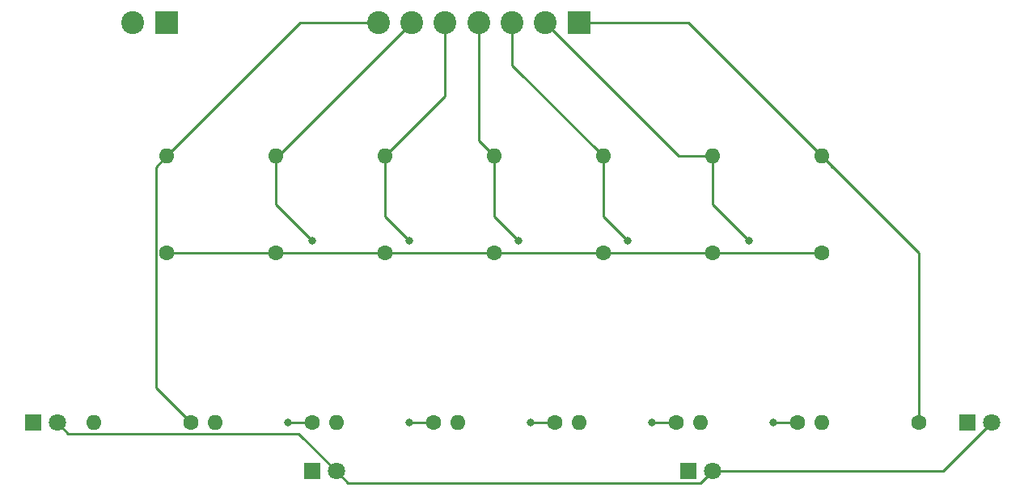
<source format=gbr>
G04 #@! TF.GenerationSoftware,KiCad,Pcbnew,5.1.9-73d0e3b20d~88~ubuntu20.04.1*
G04 #@! TF.CreationDate,2022-04-18T22:37:33-07:00*
G04 #@! TF.ProjectId,Photo_Resistor_Sensing2,50686f74-6f5f-4526-9573-6973746f725f,rev?*
G04 #@! TF.SameCoordinates,Original*
G04 #@! TF.FileFunction,Copper,L1,Top*
G04 #@! TF.FilePolarity,Positive*
%FSLAX46Y46*%
G04 Gerber Fmt 4.6, Leading zero omitted, Abs format (unit mm)*
G04 Created by KiCad (PCBNEW 5.1.9-73d0e3b20d~88~ubuntu20.04.1) date 2022-04-18 22:37:33*
%MOMM*%
%LPD*%
G01*
G04 APERTURE LIST*
G04 #@! TA.AperFunction,ComponentPad*
%ADD10R,1.800000X1.800000*%
G04 #@! TD*
G04 #@! TA.AperFunction,ComponentPad*
%ADD11C,1.800000*%
G04 #@! TD*
G04 #@! TA.AperFunction,ComponentPad*
%ADD12R,2.400000X2.400000*%
G04 #@! TD*
G04 #@! TA.AperFunction,ComponentPad*
%ADD13C,2.400000*%
G04 #@! TD*
G04 #@! TA.AperFunction,ComponentPad*
%ADD14C,1.600000*%
G04 #@! TD*
G04 #@! TA.AperFunction,ComponentPad*
%ADD15O,1.600000X1.600000*%
G04 #@! TD*
G04 #@! TA.AperFunction,ViaPad*
%ADD16C,0.800000*%
G04 #@! TD*
G04 #@! TA.AperFunction,Conductor*
%ADD17C,0.250000*%
G04 #@! TD*
G04 APERTURE END LIST*
D10*
G04 #@! TO.P,D1,1*
G04 #@! TO.N,GND*
X223520000Y-106680000D03*
D11*
G04 #@! TO.P,D1,2*
G04 #@! TO.N,Net-(D1-Pad2)*
X226060000Y-106680000D03*
G04 #@! TD*
G04 #@! TO.P,D2,2*
G04 #@! TO.N,Net-(D1-Pad2)*
X196850000Y-111760000D03*
D10*
G04 #@! TO.P,D2,1*
G04 #@! TO.N,GND*
X194310000Y-111760000D03*
G04 #@! TD*
G04 #@! TO.P,D3,1*
G04 #@! TO.N,GND*
X154940000Y-111760000D03*
D11*
G04 #@! TO.P,D3,2*
G04 #@! TO.N,Net-(D1-Pad2)*
X157480000Y-111760000D03*
G04 #@! TD*
G04 #@! TO.P,D4,2*
G04 #@! TO.N,Net-(D1-Pad2)*
X128270000Y-106680000D03*
D10*
G04 #@! TO.P,D4,1*
G04 #@! TO.N,GND*
X125730000Y-106680000D03*
G04 #@! TD*
D12*
G04 #@! TO.P,J1,1*
G04 #@! TO.N,/A8*
X182880000Y-64770000D03*
D13*
G04 #@! TO.P,J1,2*
G04 #@! TO.N,/A9*
X179380000Y-64770000D03*
G04 #@! TO.P,J1,3*
G04 #@! TO.N,/A10*
X175880000Y-64770000D03*
G04 #@! TO.P,J1,4*
G04 #@! TO.N,/A11*
X172380000Y-64770000D03*
G04 #@! TO.P,J1,5*
G04 #@! TO.N,/A12*
X168880000Y-64770000D03*
G04 #@! TO.P,J1,6*
G04 #@! TO.N,/A13*
X165380000Y-64770000D03*
G04 #@! TO.P,J1,7*
G04 #@! TO.N,/A14*
X161880000Y-64770000D03*
G04 #@! TD*
D12*
G04 #@! TO.P,J2,1*
G04 #@! TO.N,Net-(J2-Pad1)*
X139700000Y-64770000D03*
D13*
G04 #@! TO.P,J2,2*
G04 #@! TO.N,GND*
X136200000Y-64770000D03*
G04 #@! TD*
D14*
G04 #@! TO.P,R1,1*
G04 #@! TO.N,Net-(R1-Pad1)*
X208280000Y-88900000D03*
D15*
G04 #@! TO.P,R1,2*
G04 #@! TO.N,/A8*
X208280000Y-78740000D03*
G04 #@! TD*
G04 #@! TO.P,R2,2*
G04 #@! TO.N,GND*
X208280000Y-106680000D03*
D14*
G04 #@! TO.P,R2,1*
G04 #@! TO.N,/A8*
X218440000Y-106680000D03*
G04 #@! TD*
D15*
G04 #@! TO.P,R3,2*
G04 #@! TO.N,/A9*
X196850000Y-78740000D03*
D14*
G04 #@! TO.P,R3,1*
G04 #@! TO.N,Net-(R1-Pad1)*
X196850000Y-88900000D03*
G04 #@! TD*
G04 #@! TO.P,R4,1*
G04 #@! TO.N,/A9*
X205740000Y-106680000D03*
D15*
G04 #@! TO.P,R4,2*
G04 #@! TO.N,GND*
X195580000Y-106680000D03*
G04 #@! TD*
D14*
G04 #@! TO.P,R5,1*
G04 #@! TO.N,Net-(R1-Pad1)*
X185420000Y-88900000D03*
D15*
G04 #@! TO.P,R5,2*
G04 #@! TO.N,/A10*
X185420000Y-78740000D03*
G04 #@! TD*
G04 #@! TO.P,R6,2*
G04 #@! TO.N,GND*
X182880000Y-106680000D03*
D14*
G04 #@! TO.P,R6,1*
G04 #@! TO.N,/A10*
X193040000Y-106680000D03*
G04 #@! TD*
D15*
G04 #@! TO.P,R7,2*
G04 #@! TO.N,/A11*
X173990000Y-78740000D03*
D14*
G04 #@! TO.P,R7,1*
G04 #@! TO.N,Net-(R1-Pad1)*
X173990000Y-88900000D03*
G04 #@! TD*
G04 #@! TO.P,R8,1*
G04 #@! TO.N,/A11*
X180340000Y-106680000D03*
D15*
G04 #@! TO.P,R8,2*
G04 #@! TO.N,GND*
X170180000Y-106680000D03*
G04 #@! TD*
D14*
G04 #@! TO.P,R9,1*
G04 #@! TO.N,Net-(R1-Pad1)*
X162560000Y-88900000D03*
D15*
G04 #@! TO.P,R9,2*
G04 #@! TO.N,/A12*
X162560000Y-78740000D03*
G04 #@! TD*
G04 #@! TO.P,R10,2*
G04 #@! TO.N,GND*
X157480000Y-106680000D03*
D14*
G04 #@! TO.P,R10,1*
G04 #@! TO.N,/A12*
X167640000Y-106680000D03*
G04 #@! TD*
D15*
G04 #@! TO.P,R11,2*
G04 #@! TO.N,/A13*
X151130000Y-78740000D03*
D14*
G04 #@! TO.P,R11,1*
G04 #@! TO.N,Net-(R1-Pad1)*
X151130000Y-88900000D03*
G04 #@! TD*
G04 #@! TO.P,R12,1*
G04 #@! TO.N,/A13*
X154940000Y-106680000D03*
D15*
G04 #@! TO.P,R12,2*
G04 #@! TO.N,GND*
X144780000Y-106680000D03*
G04 #@! TD*
D14*
G04 #@! TO.P,R13,1*
G04 #@! TO.N,Net-(R1-Pad1)*
X139700000Y-88900000D03*
D15*
G04 #@! TO.P,R13,2*
G04 #@! TO.N,/A14*
X139700000Y-78740000D03*
G04 #@! TD*
G04 #@! TO.P,R14,2*
G04 #@! TO.N,GND*
X132080000Y-106680000D03*
D14*
G04 #@! TO.P,R14,1*
G04 #@! TO.N,/A14*
X142240000Y-106680000D03*
G04 #@! TD*
D16*
G04 #@! TO.N,/A9*
X200660000Y-87630000D03*
X203200000Y-106680000D03*
G04 #@! TO.N,/A10*
X187960000Y-87630000D03*
X190500000Y-106680000D03*
G04 #@! TO.N,/A11*
X176530000Y-87630000D03*
X177800000Y-106680000D03*
G04 #@! TO.N,/A12*
X165100000Y-87630000D03*
X165100000Y-106680000D03*
G04 #@! TO.N,/A13*
X154940000Y-87630000D03*
X152400000Y-106680000D03*
G04 #@! TD*
D17*
G04 #@! TO.N,Net-(D1-Pad2)*
X129395001Y-107805001D02*
X153525001Y-107805001D01*
X153525001Y-107805001D02*
X157480000Y-111760000D01*
X128270000Y-106680000D02*
X129395001Y-107805001D01*
X195624999Y-112985001D02*
X196850000Y-111760000D01*
X158705001Y-112985001D02*
X195624999Y-112985001D01*
X157480000Y-111760000D02*
X158705001Y-112985001D01*
X220980000Y-111760000D02*
X226060000Y-106680000D01*
X196850000Y-111760000D02*
X220980000Y-111760000D01*
G04 #@! TO.N,/A8*
X194310000Y-64770000D02*
X208280000Y-78740000D01*
X182880000Y-64770000D02*
X194310000Y-64770000D01*
X208280000Y-78740000D02*
X209405001Y-79865001D01*
X218440000Y-88900000D02*
X218440000Y-106680000D01*
X208280000Y-78740000D02*
X218440000Y-88900000D01*
G04 #@! TO.N,/A9*
X193350000Y-78740000D02*
X196850000Y-78740000D01*
X179380000Y-64770000D02*
X193350000Y-78740000D01*
X196850000Y-83820000D02*
X200660000Y-87630000D01*
X196850000Y-78740000D02*
X196850000Y-83820000D01*
X203200000Y-106680000D02*
X205740000Y-106680000D01*
G04 #@! TO.N,/A10*
X175880000Y-69200000D02*
X185420000Y-78740000D01*
X175880000Y-64770000D02*
X175880000Y-69200000D01*
X185420000Y-85090000D02*
X187960000Y-87630000D01*
X185420000Y-78740000D02*
X185420000Y-85090000D01*
X190500000Y-106680000D02*
X193040000Y-106680000D01*
G04 #@! TO.N,/A11*
X172380000Y-77130000D02*
X173990000Y-78740000D01*
X172380000Y-64770000D02*
X172380000Y-77130000D01*
X173990000Y-85090000D02*
X176530000Y-87630000D01*
X173990000Y-78740000D02*
X173990000Y-85090000D01*
X177800000Y-106680000D02*
X180340000Y-106680000D01*
G04 #@! TO.N,/A12*
X168880000Y-72420000D02*
X162560000Y-78740000D01*
X168880000Y-64770000D02*
X168880000Y-72420000D01*
X162560000Y-78740000D02*
X162560000Y-85090000D01*
X162560000Y-85090000D02*
X165100000Y-87630000D01*
X165100000Y-106680000D02*
X167640000Y-106680000D01*
G04 #@! TO.N,/A13*
X151410000Y-78740000D02*
X151130000Y-78740000D01*
X165380000Y-64770000D02*
X151410000Y-78740000D01*
X151130000Y-83820000D02*
X154940000Y-87630000D01*
X151130000Y-78740000D02*
X151130000Y-83820000D01*
X152400000Y-106680000D02*
X154940000Y-106680000D01*
G04 #@! TO.N,/A14*
X153670000Y-64770000D02*
X139700000Y-78740000D01*
X161880000Y-64770000D02*
X153670000Y-64770000D01*
X138574999Y-103014999D02*
X142240000Y-106680000D01*
X138574999Y-79865001D02*
X138574999Y-103014999D01*
X139700000Y-78740000D02*
X138574999Y-79865001D01*
G04 #@! TO.N,Net-(R1-Pad1)*
X139700000Y-88900000D02*
X151130000Y-88900000D01*
X151130000Y-88900000D02*
X162560000Y-88900000D01*
X162560000Y-88900000D02*
X173990000Y-88900000D01*
X173990000Y-88900000D02*
X185420000Y-88900000D01*
X185420000Y-88900000D02*
X196850000Y-88900000D01*
X196850000Y-88900000D02*
X208280000Y-88900000D01*
G04 #@! TD*
M02*

</source>
